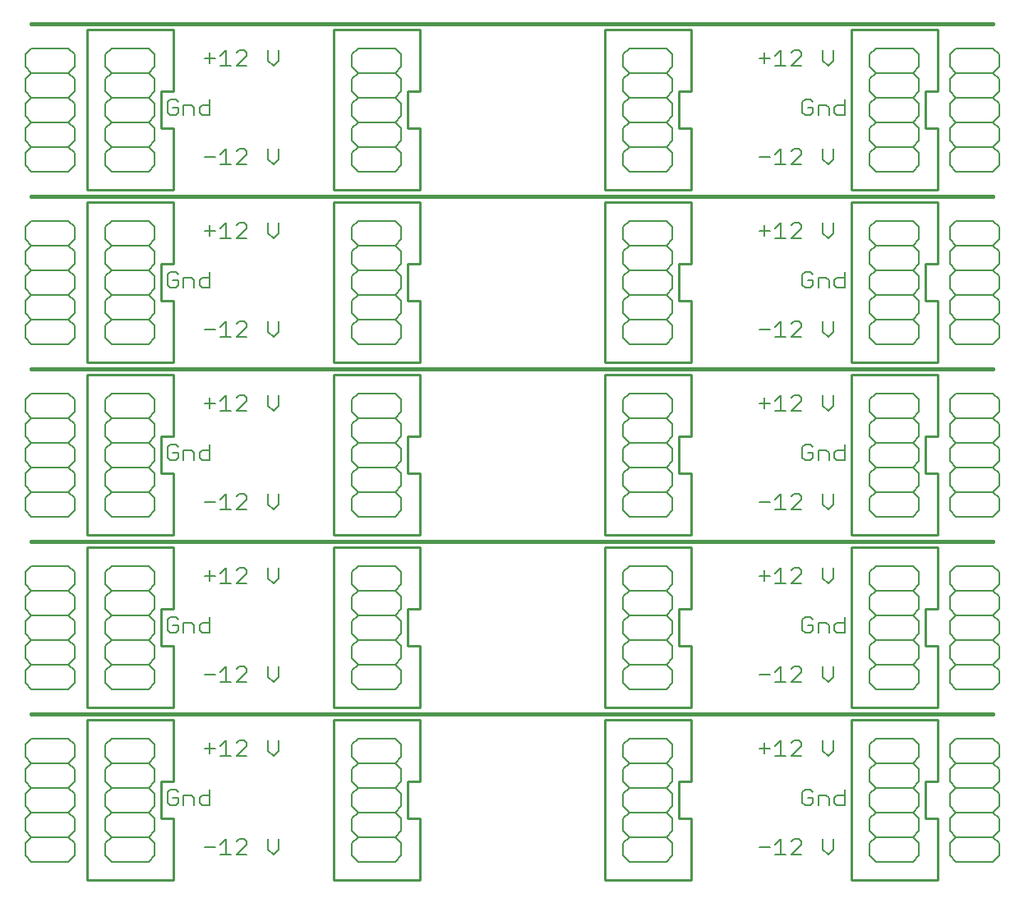
<source format=gto>
G75*
%MOIN*%
%OFA0B0*%
%FSLAX24Y24*%
%IPPOS*%
%LPD*%
%AMOC8*
5,1,8,0,0,1.08239X$1,22.5*
%
%ADD10C,0.0100*%
%ADD11C,0.0060*%
%ADD12C,0.0160*%
D10*
X004180Y005180D02*
X007680Y005180D01*
X007680Y007680D01*
X007180Y007680D01*
X007180Y009180D01*
X007680Y009180D01*
X007680Y011680D01*
X004180Y011680D01*
X004180Y005180D01*
X004180Y012180D02*
X007680Y012180D01*
X007680Y014680D01*
X007180Y014680D01*
X007180Y016180D01*
X007680Y016180D01*
X007680Y018680D01*
X004180Y018680D01*
X004180Y012180D01*
X004180Y019180D02*
X007680Y019180D01*
X007680Y021680D01*
X007180Y021680D01*
X007180Y023180D01*
X007680Y023180D01*
X007680Y025680D01*
X004180Y025680D01*
X004180Y019180D01*
X004180Y026180D02*
X007680Y026180D01*
X007680Y028680D01*
X007180Y028680D01*
X007180Y030180D01*
X007680Y030180D01*
X007680Y032680D01*
X004180Y032680D01*
X004180Y026180D01*
X004180Y033180D02*
X007680Y033180D01*
X007680Y035680D01*
X007180Y035680D01*
X007180Y037180D01*
X007680Y037180D01*
X007680Y039680D01*
X004180Y039680D01*
X004180Y033180D01*
X014180Y033180D02*
X017680Y033180D01*
X017680Y035680D01*
X017180Y035680D01*
X017180Y037180D01*
X017680Y037180D01*
X017680Y039680D01*
X014180Y039680D01*
X014180Y033180D01*
X014180Y032680D02*
X017680Y032680D01*
X017680Y030180D01*
X017180Y030180D01*
X017180Y028680D01*
X017680Y028680D01*
X017680Y026180D01*
X014180Y026180D01*
X014180Y032680D01*
X014180Y025680D02*
X017680Y025680D01*
X017680Y023180D01*
X017180Y023180D01*
X017180Y021680D01*
X017680Y021680D01*
X017680Y019180D01*
X014180Y019180D01*
X014180Y025680D01*
X014180Y018680D02*
X017680Y018680D01*
X017680Y016180D01*
X017180Y016180D01*
X017180Y014680D01*
X017680Y014680D01*
X017680Y012180D01*
X014180Y012180D01*
X014180Y018680D01*
X014180Y011680D02*
X017680Y011680D01*
X017680Y009180D01*
X017180Y009180D01*
X017180Y007680D01*
X017680Y007680D01*
X017680Y005180D01*
X014180Y005180D01*
X014180Y011680D01*
X025180Y011680D02*
X025180Y005180D01*
X028680Y005180D01*
X028680Y007680D01*
X028180Y007680D01*
X028180Y009180D01*
X028680Y009180D01*
X028680Y011680D01*
X025180Y011680D01*
X025180Y012180D02*
X028680Y012180D01*
X028680Y014680D01*
X028180Y014680D01*
X028180Y016180D01*
X028680Y016180D01*
X028680Y018680D01*
X025180Y018680D01*
X025180Y012180D01*
X025180Y019180D02*
X028680Y019180D01*
X028680Y021680D01*
X028180Y021680D01*
X028180Y023180D01*
X028680Y023180D01*
X028680Y025680D01*
X025180Y025680D01*
X025180Y019180D01*
X025180Y026180D02*
X028680Y026180D01*
X028680Y028680D01*
X028180Y028680D01*
X028180Y030180D01*
X028680Y030180D01*
X028680Y032680D01*
X025180Y032680D01*
X025180Y026180D01*
X025180Y033180D02*
X028680Y033180D01*
X028680Y035680D01*
X028180Y035680D01*
X028180Y037180D01*
X028680Y037180D01*
X028680Y039680D01*
X025180Y039680D01*
X025180Y033180D01*
X035180Y033180D02*
X038680Y033180D01*
X038680Y035680D01*
X038180Y035680D01*
X038180Y037180D01*
X038680Y037180D01*
X038680Y039680D01*
X035180Y039680D01*
X035180Y033180D01*
X035180Y032680D02*
X038680Y032680D01*
X038680Y030180D01*
X038180Y030180D01*
X038180Y028680D01*
X038680Y028680D01*
X038680Y026180D01*
X035180Y026180D01*
X035180Y032680D01*
X035180Y025680D02*
X038680Y025680D01*
X038680Y023180D01*
X038180Y023180D01*
X038180Y021680D01*
X038680Y021680D01*
X038680Y019180D01*
X035180Y019180D01*
X035180Y025680D01*
X035180Y018680D02*
X038680Y018680D01*
X038680Y016180D01*
X038180Y016180D01*
X038180Y014680D01*
X038680Y014680D01*
X038680Y012180D01*
X035180Y012180D01*
X035180Y018680D01*
X035180Y011680D02*
X038680Y011680D01*
X038680Y009180D01*
X038180Y009180D01*
X038180Y007680D01*
X038680Y007680D01*
X038680Y005180D01*
X035180Y005180D01*
X035180Y011680D01*
D11*
X034465Y010851D02*
X034465Y010424D01*
X034252Y010210D01*
X034038Y010424D01*
X034038Y010851D01*
X033176Y010744D02*
X033176Y010637D01*
X032749Y010210D01*
X033176Y010210D01*
X032532Y010210D02*
X032105Y010210D01*
X032318Y010210D02*
X032318Y010851D01*
X032105Y010637D01*
X031887Y010530D02*
X031460Y010530D01*
X031674Y010317D02*
X031674Y010744D01*
X032749Y010744D02*
X032856Y010851D01*
X033069Y010851D01*
X033176Y010744D01*
X033317Y008851D02*
X033210Y008744D01*
X033210Y008317D01*
X033317Y008210D01*
X033530Y008210D01*
X033637Y008317D01*
X033637Y008530D01*
X033424Y008530D01*
X033637Y008744D02*
X033530Y008851D01*
X033317Y008851D01*
X033855Y008637D02*
X034175Y008637D01*
X034282Y008530D01*
X034282Y008210D01*
X034499Y008317D02*
X034499Y008530D01*
X034606Y008637D01*
X034926Y008637D01*
X034926Y008851D02*
X034926Y008210D01*
X034606Y008210D01*
X034499Y008317D01*
X033855Y008210D02*
X033855Y008637D01*
X034038Y006851D02*
X034038Y006424D01*
X034252Y006210D01*
X034465Y006424D01*
X034465Y006851D01*
X033176Y006744D02*
X033176Y006637D01*
X032749Y006210D01*
X033176Y006210D01*
X033176Y006744D02*
X033069Y006851D01*
X032856Y006851D01*
X032749Y006744D01*
X032318Y006851D02*
X032318Y006210D01*
X032105Y006210D02*
X032532Y006210D01*
X032105Y006637D02*
X032318Y006851D01*
X031887Y006530D02*
X031460Y006530D01*
X027930Y006680D02*
X027930Y006180D01*
X027680Y005930D01*
X026180Y005930D01*
X025930Y006180D01*
X025930Y006680D01*
X026180Y006930D01*
X027680Y006930D01*
X027930Y006680D01*
X027680Y006930D02*
X027930Y007180D01*
X027930Y007680D01*
X027680Y007930D01*
X026180Y007930D01*
X025930Y007680D01*
X025930Y007180D01*
X026180Y006930D01*
X026180Y007930D02*
X025930Y008180D01*
X025930Y008680D01*
X026180Y008930D01*
X027680Y008930D01*
X027930Y008680D01*
X027930Y008180D01*
X027680Y007930D01*
X027680Y008930D02*
X027930Y009180D01*
X027930Y009680D01*
X027680Y009930D01*
X026180Y009930D01*
X025930Y009680D01*
X025930Y009180D01*
X026180Y008930D01*
X026180Y009930D02*
X025930Y010180D01*
X025930Y010680D01*
X026180Y010930D01*
X027680Y010930D01*
X027930Y010680D01*
X027930Y010180D01*
X027680Y009930D01*
X027680Y012930D02*
X026180Y012930D01*
X025930Y013180D01*
X025930Y013680D01*
X026180Y013930D01*
X027680Y013930D01*
X027930Y014180D01*
X027930Y014680D01*
X027680Y014930D01*
X026180Y014930D01*
X025930Y015180D01*
X025930Y015680D01*
X026180Y015930D01*
X027680Y015930D01*
X027930Y016180D01*
X027930Y016680D01*
X027680Y016930D01*
X027930Y017180D01*
X027930Y017680D01*
X027680Y017930D01*
X026180Y017930D01*
X025930Y017680D01*
X025930Y017180D01*
X026180Y016930D01*
X027680Y016930D01*
X027680Y015930D02*
X027930Y015680D01*
X027930Y015180D01*
X027680Y014930D01*
X027680Y013930D02*
X027930Y013680D01*
X027930Y013180D01*
X027680Y012930D01*
X026180Y013930D02*
X025930Y014180D01*
X025930Y014680D01*
X026180Y014930D01*
X026180Y015930D02*
X025930Y016180D01*
X025930Y016680D01*
X026180Y016930D01*
X026180Y019930D02*
X025930Y020180D01*
X025930Y020680D01*
X026180Y020930D01*
X027680Y020930D01*
X027930Y021180D01*
X027930Y021680D01*
X027680Y021930D01*
X026180Y021930D01*
X025930Y022180D01*
X025930Y022680D01*
X026180Y022930D01*
X027680Y022930D01*
X027930Y023180D01*
X027930Y023680D01*
X027680Y023930D01*
X027930Y024180D01*
X027930Y024680D01*
X027680Y024930D01*
X026180Y024930D01*
X025930Y024680D01*
X025930Y024180D01*
X026180Y023930D01*
X027680Y023930D01*
X027680Y022930D02*
X027930Y022680D01*
X027930Y022180D01*
X027680Y021930D01*
X027680Y020930D02*
X027930Y020680D01*
X027930Y020180D01*
X027680Y019930D01*
X026180Y019930D01*
X026180Y020930D02*
X025930Y021180D01*
X025930Y021680D01*
X026180Y021930D01*
X026180Y022930D02*
X025930Y023180D01*
X025930Y023680D01*
X026180Y023930D01*
X026180Y026930D02*
X025930Y027180D01*
X025930Y027680D01*
X026180Y027930D01*
X027680Y027930D01*
X027930Y028180D01*
X027930Y028680D01*
X027680Y028930D01*
X026180Y028930D01*
X025930Y029180D01*
X025930Y029680D01*
X026180Y029930D01*
X027680Y029930D01*
X027930Y030180D01*
X027930Y030680D01*
X027680Y030930D01*
X027930Y031180D01*
X027930Y031680D01*
X027680Y031930D01*
X026180Y031930D01*
X025930Y031680D01*
X025930Y031180D01*
X026180Y030930D01*
X027680Y030930D01*
X027680Y029930D02*
X027930Y029680D01*
X027930Y029180D01*
X027680Y028930D01*
X027680Y027930D02*
X027930Y027680D01*
X027930Y027180D01*
X027680Y026930D01*
X026180Y026930D01*
X026180Y027930D02*
X025930Y028180D01*
X025930Y028680D01*
X026180Y028930D01*
X026180Y029930D02*
X025930Y030180D01*
X025930Y030680D01*
X026180Y030930D01*
X026180Y033930D02*
X025930Y034180D01*
X025930Y034680D01*
X026180Y034930D01*
X027680Y034930D01*
X027930Y035180D01*
X027930Y035680D01*
X027680Y035930D01*
X026180Y035930D01*
X025930Y036180D01*
X025930Y036680D01*
X026180Y036930D01*
X027680Y036930D01*
X027930Y037180D01*
X027930Y037680D01*
X027680Y037930D01*
X027930Y038180D01*
X027930Y038680D01*
X027680Y038930D01*
X026180Y038930D01*
X025930Y038680D01*
X025930Y038180D01*
X026180Y037930D01*
X027680Y037930D01*
X027680Y036930D02*
X027930Y036680D01*
X027930Y036180D01*
X027680Y035930D01*
X027680Y034930D02*
X027930Y034680D01*
X027930Y034180D01*
X027680Y033930D01*
X026180Y033930D01*
X026180Y034930D02*
X025930Y035180D01*
X025930Y035680D01*
X026180Y035930D01*
X026180Y036930D02*
X025930Y037180D01*
X025930Y037680D01*
X026180Y037930D01*
X031460Y038530D02*
X031887Y038530D01*
X032105Y038637D02*
X032318Y038851D01*
X032318Y038210D01*
X032105Y038210D02*
X032532Y038210D01*
X032749Y038210D02*
X033176Y038637D01*
X033176Y038744D01*
X033069Y038851D01*
X032856Y038851D01*
X032749Y038744D01*
X032749Y038210D02*
X033176Y038210D01*
X034038Y038424D02*
X034038Y038851D01*
X034465Y038851D02*
X034465Y038424D01*
X034252Y038210D01*
X034038Y038424D01*
X033530Y036851D02*
X033317Y036851D01*
X033210Y036744D01*
X033210Y036317D01*
X033317Y036210D01*
X033530Y036210D01*
X033637Y036317D01*
X033637Y036530D01*
X033424Y036530D01*
X033637Y036744D02*
X033530Y036851D01*
X033855Y036637D02*
X034175Y036637D01*
X034282Y036530D01*
X034282Y036210D01*
X034499Y036317D02*
X034499Y036530D01*
X034606Y036637D01*
X034926Y036637D01*
X034926Y036851D02*
X034926Y036210D01*
X034606Y036210D01*
X034499Y036317D01*
X033855Y036210D02*
X033855Y036637D01*
X034038Y034851D02*
X034038Y034424D01*
X034252Y034210D01*
X034465Y034424D01*
X034465Y034851D01*
X033176Y034744D02*
X033069Y034851D01*
X032856Y034851D01*
X032749Y034744D01*
X033176Y034744D02*
X033176Y034637D01*
X032749Y034210D01*
X033176Y034210D01*
X032532Y034210D02*
X032105Y034210D01*
X032318Y034210D02*
X032318Y034851D01*
X032105Y034637D01*
X031887Y034530D02*
X031460Y034530D01*
X031674Y031744D02*
X031674Y031317D01*
X031460Y031530D02*
X031887Y031530D01*
X032105Y031637D02*
X032318Y031851D01*
X032318Y031210D01*
X032105Y031210D02*
X032532Y031210D01*
X032749Y031210D02*
X033176Y031637D01*
X033176Y031744D01*
X033069Y031851D01*
X032856Y031851D01*
X032749Y031744D01*
X032749Y031210D02*
X033176Y031210D01*
X034038Y031424D02*
X034252Y031210D01*
X034465Y031424D01*
X034465Y031851D01*
X034038Y031851D02*
X034038Y031424D01*
X033530Y029851D02*
X033317Y029851D01*
X033210Y029744D01*
X033210Y029317D01*
X033317Y029210D01*
X033530Y029210D01*
X033637Y029317D01*
X033637Y029530D01*
X033424Y029530D01*
X033637Y029744D02*
X033530Y029851D01*
X033855Y029637D02*
X034175Y029637D01*
X034282Y029530D01*
X034282Y029210D01*
X034499Y029317D02*
X034499Y029530D01*
X034606Y029637D01*
X034926Y029637D01*
X034926Y029851D02*
X034926Y029210D01*
X034606Y029210D01*
X034499Y029317D01*
X033855Y029210D02*
X033855Y029637D01*
X034038Y027851D02*
X034038Y027424D01*
X034252Y027210D01*
X034465Y027424D01*
X034465Y027851D01*
X033176Y027744D02*
X033069Y027851D01*
X032856Y027851D01*
X032749Y027744D01*
X033176Y027744D02*
X033176Y027637D01*
X032749Y027210D01*
X033176Y027210D01*
X032532Y027210D02*
X032105Y027210D01*
X032318Y027210D02*
X032318Y027851D01*
X032105Y027637D01*
X031887Y027530D02*
X031460Y027530D01*
X031674Y024744D02*
X031674Y024317D01*
X031460Y024530D02*
X031887Y024530D01*
X032105Y024637D02*
X032318Y024851D01*
X032318Y024210D01*
X032105Y024210D02*
X032532Y024210D01*
X032749Y024210D02*
X033176Y024637D01*
X033176Y024744D01*
X033069Y024851D01*
X032856Y024851D01*
X032749Y024744D01*
X032749Y024210D02*
X033176Y024210D01*
X034038Y024424D02*
X034252Y024210D01*
X034465Y024424D01*
X034465Y024851D01*
X034038Y024851D02*
X034038Y024424D01*
X033530Y022851D02*
X033317Y022851D01*
X033210Y022744D01*
X033210Y022317D01*
X033317Y022210D01*
X033530Y022210D01*
X033637Y022317D01*
X033637Y022530D01*
X033424Y022530D01*
X033637Y022744D02*
X033530Y022851D01*
X033855Y022637D02*
X033855Y022210D01*
X034282Y022210D02*
X034282Y022530D01*
X034175Y022637D01*
X033855Y022637D01*
X034499Y022530D02*
X034499Y022317D01*
X034606Y022210D01*
X034926Y022210D01*
X034926Y022851D01*
X034926Y022637D02*
X034606Y022637D01*
X034499Y022530D01*
X035930Y022680D02*
X035930Y022180D01*
X036180Y021930D01*
X037680Y021930D01*
X037930Y022180D01*
X037930Y022680D01*
X037680Y022930D01*
X036180Y022930D01*
X035930Y023180D01*
X035930Y023680D01*
X036180Y023930D01*
X035930Y024180D01*
X035930Y024680D01*
X036180Y024930D01*
X037680Y024930D01*
X037930Y024680D01*
X037930Y024180D01*
X037680Y023930D01*
X036180Y023930D01*
X036180Y022930D02*
X035930Y022680D01*
X036180Y021930D02*
X035930Y021680D01*
X035930Y021180D01*
X036180Y020930D01*
X037680Y020930D01*
X037930Y021180D01*
X037930Y021680D01*
X037680Y021930D01*
X037680Y020930D02*
X037930Y020680D01*
X037930Y020180D01*
X037680Y019930D01*
X036180Y019930D01*
X035930Y020180D01*
X035930Y020680D01*
X036180Y020930D01*
X034465Y020851D02*
X034465Y020424D01*
X034252Y020210D01*
X034038Y020424D01*
X034038Y020851D01*
X033176Y020744D02*
X033069Y020851D01*
X032856Y020851D01*
X032749Y020744D01*
X033176Y020744D02*
X033176Y020637D01*
X032749Y020210D01*
X033176Y020210D01*
X032532Y020210D02*
X032105Y020210D01*
X032318Y020210D02*
X032318Y020851D01*
X032105Y020637D01*
X031887Y020530D02*
X031460Y020530D01*
X031674Y017744D02*
X031674Y017317D01*
X031460Y017530D02*
X031887Y017530D01*
X032105Y017637D02*
X032318Y017851D01*
X032318Y017210D01*
X032105Y017210D02*
X032532Y017210D01*
X032749Y017210D02*
X033176Y017637D01*
X033176Y017744D01*
X033069Y017851D01*
X032856Y017851D01*
X032749Y017744D01*
X032749Y017210D02*
X033176Y017210D01*
X034038Y017424D02*
X034252Y017210D01*
X034465Y017424D01*
X034465Y017851D01*
X034038Y017851D02*
X034038Y017424D01*
X033530Y015851D02*
X033317Y015851D01*
X033210Y015744D01*
X033210Y015317D01*
X033317Y015210D01*
X033530Y015210D01*
X033637Y015317D01*
X033637Y015530D01*
X033424Y015530D01*
X033637Y015744D02*
X033530Y015851D01*
X033855Y015637D02*
X034175Y015637D01*
X034282Y015530D01*
X034282Y015210D01*
X034499Y015317D02*
X034499Y015530D01*
X034606Y015637D01*
X034926Y015637D01*
X034926Y015851D02*
X034926Y015210D01*
X034606Y015210D01*
X034499Y015317D01*
X033855Y015210D02*
X033855Y015637D01*
X034038Y013851D02*
X034038Y013424D01*
X034252Y013210D01*
X034465Y013424D01*
X034465Y013851D01*
X033176Y013744D02*
X033069Y013851D01*
X032856Y013851D01*
X032749Y013744D01*
X033176Y013744D02*
X033176Y013637D01*
X032749Y013210D01*
X033176Y013210D01*
X032532Y013210D02*
X032105Y013210D01*
X032318Y013210D02*
X032318Y013851D01*
X032105Y013637D01*
X031887Y013530D02*
X031460Y013530D01*
X035930Y013680D02*
X035930Y013180D01*
X036180Y012930D01*
X037680Y012930D01*
X037930Y013180D01*
X037930Y013680D01*
X037680Y013930D01*
X036180Y013930D01*
X035930Y014180D01*
X035930Y014680D01*
X036180Y014930D01*
X037680Y014930D01*
X037930Y015180D01*
X037930Y015680D01*
X037680Y015930D01*
X036180Y015930D01*
X035930Y016180D01*
X035930Y016680D01*
X036180Y016930D01*
X035930Y017180D01*
X035930Y017680D01*
X036180Y017930D01*
X037680Y017930D01*
X037930Y017680D01*
X037930Y017180D01*
X037680Y016930D01*
X036180Y016930D01*
X036180Y015930D02*
X035930Y015680D01*
X035930Y015180D01*
X036180Y014930D01*
X036180Y013930D02*
X035930Y013680D01*
X037680Y013930D02*
X037930Y014180D01*
X037930Y014680D01*
X037680Y014930D01*
X037680Y015930D02*
X037930Y016180D01*
X037930Y016680D01*
X037680Y016930D01*
X039180Y016680D02*
X039180Y016180D01*
X039430Y015930D01*
X040930Y015930D01*
X041180Y016180D01*
X041180Y016680D01*
X040930Y016930D01*
X041180Y017180D01*
X041180Y017680D01*
X040930Y017930D01*
X039430Y017930D01*
X039180Y017680D01*
X039180Y017180D01*
X039430Y016930D01*
X040930Y016930D01*
X040930Y015930D02*
X041180Y015680D01*
X041180Y015180D01*
X040930Y014930D01*
X039430Y014930D01*
X039180Y015180D01*
X039180Y015680D01*
X039430Y015930D01*
X039180Y016680D02*
X039430Y016930D01*
X039430Y014930D02*
X039180Y014680D01*
X039180Y014180D01*
X039430Y013930D01*
X040930Y013930D01*
X041180Y014180D01*
X041180Y014680D01*
X040930Y014930D01*
X040930Y013930D02*
X041180Y013680D01*
X041180Y013180D01*
X040930Y012930D01*
X039430Y012930D01*
X039180Y013180D01*
X039180Y013680D01*
X039430Y013930D01*
X039430Y010930D02*
X040930Y010930D01*
X041180Y010680D01*
X041180Y010180D01*
X040930Y009930D01*
X039430Y009930D01*
X039180Y009680D01*
X039180Y009180D01*
X039430Y008930D01*
X040930Y008930D01*
X041180Y008680D01*
X041180Y008180D01*
X040930Y007930D01*
X039430Y007930D01*
X039180Y007680D01*
X039180Y007180D01*
X039430Y006930D01*
X039180Y006680D01*
X039180Y006180D01*
X039430Y005930D01*
X040930Y005930D01*
X041180Y006180D01*
X041180Y006680D01*
X040930Y006930D01*
X039430Y006930D01*
X039430Y007930D02*
X039180Y008180D01*
X039180Y008680D01*
X039430Y008930D01*
X039430Y009930D02*
X039180Y010180D01*
X039180Y010680D01*
X039430Y010930D01*
X037930Y010680D02*
X037930Y010180D01*
X037680Y009930D01*
X036180Y009930D01*
X035930Y009680D01*
X035930Y009180D01*
X036180Y008930D01*
X037680Y008930D01*
X037930Y008680D01*
X037930Y008180D01*
X037680Y007930D01*
X036180Y007930D01*
X035930Y007680D01*
X035930Y007180D01*
X036180Y006930D01*
X035930Y006680D01*
X035930Y006180D01*
X036180Y005930D01*
X037680Y005930D01*
X037930Y006180D01*
X037930Y006680D01*
X037680Y006930D01*
X036180Y006930D01*
X036180Y007930D02*
X035930Y008180D01*
X035930Y008680D01*
X036180Y008930D01*
X036180Y009930D02*
X035930Y010180D01*
X035930Y010680D01*
X036180Y010930D01*
X037680Y010930D01*
X037930Y010680D01*
X037680Y009930D02*
X037930Y009680D01*
X037930Y009180D01*
X037680Y008930D01*
X037680Y007930D02*
X037930Y007680D01*
X037930Y007180D01*
X037680Y006930D01*
X040930Y006930D02*
X041180Y007180D01*
X041180Y007680D01*
X040930Y007930D01*
X040930Y008930D02*
X041180Y009180D01*
X041180Y009680D01*
X040930Y009930D01*
X040930Y019930D02*
X039430Y019930D01*
X039180Y020180D01*
X039180Y020680D01*
X039430Y020930D01*
X040930Y020930D01*
X041180Y021180D01*
X041180Y021680D01*
X040930Y021930D01*
X039430Y021930D01*
X039180Y022180D01*
X039180Y022680D01*
X039430Y022930D01*
X040930Y022930D01*
X041180Y023180D01*
X041180Y023680D01*
X040930Y023930D01*
X041180Y024180D01*
X041180Y024680D01*
X040930Y024930D01*
X039430Y024930D01*
X039180Y024680D01*
X039180Y024180D01*
X039430Y023930D01*
X040930Y023930D01*
X040930Y022930D02*
X041180Y022680D01*
X041180Y022180D01*
X040930Y021930D01*
X040930Y020930D02*
X041180Y020680D01*
X041180Y020180D01*
X040930Y019930D01*
X039430Y020930D02*
X039180Y021180D01*
X039180Y021680D01*
X039430Y021930D01*
X039430Y022930D02*
X039180Y023180D01*
X039180Y023680D01*
X039430Y023930D01*
X037930Y023680D02*
X037930Y023180D01*
X037680Y022930D01*
X037930Y023680D02*
X037680Y023930D01*
X037680Y026930D02*
X036180Y026930D01*
X035930Y027180D01*
X035930Y027680D01*
X036180Y027930D01*
X037680Y027930D01*
X037930Y028180D01*
X037930Y028680D01*
X037680Y028930D01*
X036180Y028930D01*
X035930Y029180D01*
X035930Y029680D01*
X036180Y029930D01*
X037680Y029930D01*
X037930Y030180D01*
X037930Y030680D01*
X037680Y030930D01*
X037930Y031180D01*
X037930Y031680D01*
X037680Y031930D01*
X036180Y031930D01*
X035930Y031680D01*
X035930Y031180D01*
X036180Y030930D01*
X037680Y030930D01*
X037680Y029930D02*
X037930Y029680D01*
X037930Y029180D01*
X037680Y028930D01*
X037680Y027930D02*
X037930Y027680D01*
X037930Y027180D01*
X037680Y026930D01*
X036180Y027930D02*
X035930Y028180D01*
X035930Y028680D01*
X036180Y028930D01*
X036180Y029930D02*
X035930Y030180D01*
X035930Y030680D01*
X036180Y030930D01*
X036180Y033930D02*
X035930Y034180D01*
X035930Y034680D01*
X036180Y034930D01*
X037680Y034930D01*
X037930Y035180D01*
X037930Y035680D01*
X037680Y035930D01*
X036180Y035930D01*
X035930Y036180D01*
X035930Y036680D01*
X036180Y036930D01*
X037680Y036930D01*
X037930Y037180D01*
X037930Y037680D01*
X037680Y037930D01*
X037930Y038180D01*
X037930Y038680D01*
X037680Y038930D01*
X036180Y038930D01*
X035930Y038680D01*
X035930Y038180D01*
X036180Y037930D01*
X037680Y037930D01*
X037680Y036930D02*
X037930Y036680D01*
X037930Y036180D01*
X037680Y035930D01*
X037680Y034930D02*
X037930Y034680D01*
X037930Y034180D01*
X037680Y033930D01*
X036180Y033930D01*
X036180Y034930D02*
X035930Y035180D01*
X035930Y035680D01*
X036180Y035930D01*
X036180Y036930D02*
X035930Y037180D01*
X035930Y037680D01*
X036180Y037930D01*
X039180Y037680D02*
X039180Y037180D01*
X039430Y036930D01*
X040930Y036930D01*
X041180Y037180D01*
X041180Y037680D01*
X040930Y037930D01*
X041180Y038180D01*
X041180Y038680D01*
X040930Y038930D01*
X039430Y038930D01*
X039180Y038680D01*
X039180Y038180D01*
X039430Y037930D01*
X040930Y037930D01*
X040930Y036930D02*
X041180Y036680D01*
X041180Y036180D01*
X040930Y035930D01*
X039430Y035930D01*
X039180Y036180D01*
X039180Y036680D01*
X039430Y036930D01*
X039180Y037680D02*
X039430Y037930D01*
X039430Y035930D02*
X039180Y035680D01*
X039180Y035180D01*
X039430Y034930D01*
X040930Y034930D01*
X041180Y035180D01*
X041180Y035680D01*
X040930Y035930D01*
X040930Y034930D02*
X041180Y034680D01*
X041180Y034180D01*
X040930Y033930D01*
X039430Y033930D01*
X039180Y034180D01*
X039180Y034680D01*
X039430Y034930D01*
X039430Y031930D02*
X040930Y031930D01*
X041180Y031680D01*
X041180Y031180D01*
X040930Y030930D01*
X039430Y030930D01*
X039180Y031180D01*
X039180Y031680D01*
X039430Y031930D01*
X039430Y030930D02*
X039180Y030680D01*
X039180Y030180D01*
X039430Y029930D01*
X040930Y029930D01*
X041180Y030180D01*
X041180Y030680D01*
X040930Y030930D01*
X040930Y029930D02*
X041180Y029680D01*
X041180Y029180D01*
X040930Y028930D01*
X039430Y028930D01*
X039180Y029180D01*
X039180Y029680D01*
X039430Y029930D01*
X039430Y028930D02*
X039180Y028680D01*
X039180Y028180D01*
X039430Y027930D01*
X040930Y027930D01*
X041180Y028180D01*
X041180Y028680D01*
X040930Y028930D01*
X040930Y027930D02*
X041180Y027680D01*
X041180Y027180D01*
X040930Y026930D01*
X039430Y026930D01*
X039180Y027180D01*
X039180Y027680D01*
X039430Y027930D01*
X031674Y038317D02*
X031674Y038744D01*
X016930Y038680D02*
X016930Y038180D01*
X016680Y037930D01*
X015180Y037930D01*
X014930Y038180D01*
X014930Y038680D01*
X015180Y038930D01*
X016680Y038930D01*
X016930Y038680D01*
X016680Y037930D02*
X016930Y037680D01*
X016930Y037180D01*
X016680Y036930D01*
X015180Y036930D01*
X014930Y037180D01*
X014930Y037680D01*
X015180Y037930D01*
X015180Y036930D02*
X014930Y036680D01*
X014930Y036180D01*
X015180Y035930D01*
X016680Y035930D01*
X016930Y036180D01*
X016930Y036680D01*
X016680Y036930D01*
X016680Y035930D02*
X016930Y035680D01*
X016930Y035180D01*
X016680Y034930D01*
X015180Y034930D01*
X014930Y035180D01*
X014930Y035680D01*
X015180Y035930D01*
X015180Y034930D02*
X014930Y034680D01*
X014930Y034180D01*
X015180Y033930D01*
X016680Y033930D01*
X016930Y034180D01*
X016930Y034680D01*
X016680Y034930D01*
X016680Y031930D02*
X015180Y031930D01*
X014930Y031680D01*
X014930Y031180D01*
X015180Y030930D01*
X016680Y030930D01*
X016930Y031180D01*
X016930Y031680D01*
X016680Y031930D01*
X016680Y030930D02*
X016930Y030680D01*
X016930Y030180D01*
X016680Y029930D01*
X015180Y029930D01*
X014930Y030180D01*
X014930Y030680D01*
X015180Y030930D01*
X015180Y029930D02*
X014930Y029680D01*
X014930Y029180D01*
X015180Y028930D01*
X016680Y028930D01*
X016930Y029180D01*
X016930Y029680D01*
X016680Y029930D01*
X016680Y028930D02*
X016930Y028680D01*
X016930Y028180D01*
X016680Y027930D01*
X015180Y027930D01*
X014930Y028180D01*
X014930Y028680D01*
X015180Y028930D01*
X015180Y027930D02*
X014930Y027680D01*
X014930Y027180D01*
X015180Y026930D01*
X016680Y026930D01*
X016930Y027180D01*
X016930Y027680D01*
X016680Y027930D01*
X016680Y024930D02*
X015180Y024930D01*
X014930Y024680D01*
X014930Y024180D01*
X015180Y023930D01*
X016680Y023930D01*
X016930Y024180D01*
X016930Y024680D01*
X016680Y024930D01*
X016680Y023930D02*
X016930Y023680D01*
X016930Y023180D01*
X016680Y022930D01*
X015180Y022930D01*
X014930Y023180D01*
X014930Y023680D01*
X015180Y023930D01*
X015180Y022930D02*
X014930Y022680D01*
X014930Y022180D01*
X015180Y021930D01*
X016680Y021930D01*
X016930Y022180D01*
X016930Y022680D01*
X016680Y022930D01*
X016680Y021930D02*
X016930Y021680D01*
X016930Y021180D01*
X016680Y020930D01*
X015180Y020930D01*
X014930Y021180D01*
X014930Y021680D01*
X015180Y021930D01*
X015180Y020930D02*
X014930Y020680D01*
X014930Y020180D01*
X015180Y019930D01*
X016680Y019930D01*
X016930Y020180D01*
X016930Y020680D01*
X016680Y020930D01*
X016680Y017930D02*
X015180Y017930D01*
X014930Y017680D01*
X014930Y017180D01*
X015180Y016930D01*
X016680Y016930D01*
X016930Y017180D01*
X016930Y017680D01*
X016680Y017930D01*
X016680Y016930D02*
X016930Y016680D01*
X016930Y016180D01*
X016680Y015930D01*
X015180Y015930D01*
X014930Y016180D01*
X014930Y016680D01*
X015180Y016930D01*
X015180Y015930D02*
X014930Y015680D01*
X014930Y015180D01*
X015180Y014930D01*
X016680Y014930D01*
X016930Y015180D01*
X016930Y015680D01*
X016680Y015930D01*
X016680Y014930D02*
X016930Y014680D01*
X016930Y014180D01*
X016680Y013930D01*
X015180Y013930D01*
X014930Y014180D01*
X014930Y014680D01*
X015180Y014930D01*
X015180Y013930D02*
X014930Y013680D01*
X014930Y013180D01*
X015180Y012930D01*
X016680Y012930D01*
X016930Y013180D01*
X016930Y013680D01*
X016680Y013930D01*
X016680Y010930D02*
X015180Y010930D01*
X014930Y010680D01*
X014930Y010180D01*
X015180Y009930D01*
X016680Y009930D01*
X016930Y009680D01*
X016930Y009180D01*
X016680Y008930D01*
X015180Y008930D01*
X014930Y008680D01*
X014930Y008180D01*
X015180Y007930D01*
X016680Y007930D01*
X016930Y007680D01*
X016930Y007180D01*
X016680Y006930D01*
X016930Y006680D01*
X016930Y006180D01*
X016680Y005930D01*
X015180Y005930D01*
X014930Y006180D01*
X014930Y006680D01*
X015180Y006930D01*
X016680Y006930D01*
X016680Y007930D02*
X016930Y008180D01*
X016930Y008680D01*
X016680Y008930D01*
X016680Y009930D02*
X016930Y010180D01*
X016930Y010680D01*
X016680Y010930D01*
X015180Y009930D02*
X014930Y009680D01*
X014930Y009180D01*
X015180Y008930D01*
X015180Y007930D02*
X014930Y007680D01*
X014930Y007180D01*
X015180Y006930D01*
X011965Y006851D02*
X011965Y006424D01*
X011752Y006210D01*
X011538Y006424D01*
X011538Y006851D01*
X010676Y006744D02*
X010676Y006637D01*
X010249Y006210D01*
X010676Y006210D01*
X010676Y006744D02*
X010569Y006851D01*
X010356Y006851D01*
X010249Y006744D01*
X009818Y006851D02*
X009818Y006210D01*
X009605Y006210D02*
X010032Y006210D01*
X009605Y006637D02*
X009818Y006851D01*
X009387Y006530D02*
X008960Y006530D01*
X008856Y008210D02*
X008749Y008317D01*
X008749Y008530D01*
X008856Y008637D01*
X009176Y008637D01*
X009176Y008851D02*
X009176Y008210D01*
X008856Y008210D01*
X008532Y008210D02*
X008532Y008530D01*
X008425Y008637D01*
X008105Y008637D01*
X008105Y008210D01*
X007887Y008317D02*
X007887Y008530D01*
X007674Y008530D01*
X007887Y008317D02*
X007780Y008210D01*
X007567Y008210D01*
X007460Y008317D01*
X007460Y008744D01*
X007567Y008851D01*
X007780Y008851D01*
X007887Y008744D01*
X006930Y008680D02*
X006930Y008180D01*
X006680Y007930D01*
X005180Y007930D01*
X004930Y007680D01*
X004930Y007180D01*
X005180Y006930D01*
X004930Y006680D01*
X004930Y006180D01*
X005180Y005930D01*
X006680Y005930D01*
X006930Y006180D01*
X006930Y006680D01*
X006680Y006930D01*
X005180Y006930D01*
X005180Y007930D02*
X004930Y008180D01*
X004930Y008680D01*
X005180Y008930D01*
X006680Y008930D01*
X006930Y008680D01*
X006680Y008930D02*
X006930Y009180D01*
X006930Y009680D01*
X006680Y009930D01*
X005180Y009930D01*
X004930Y009680D01*
X004930Y009180D01*
X005180Y008930D01*
X005180Y009930D02*
X004930Y010180D01*
X004930Y010680D01*
X005180Y010930D01*
X006680Y010930D01*
X006930Y010680D01*
X006930Y010180D01*
X006680Y009930D01*
X006680Y007930D02*
X006930Y007680D01*
X006930Y007180D01*
X006680Y006930D01*
X003680Y006680D02*
X003680Y006180D01*
X003430Y005930D01*
X001930Y005930D01*
X001680Y006180D01*
X001680Y006680D01*
X001930Y006930D01*
X003430Y006930D01*
X003680Y006680D01*
X003430Y006930D02*
X003680Y007180D01*
X003680Y007680D01*
X003430Y007930D01*
X001930Y007930D01*
X001680Y007680D01*
X001680Y007180D01*
X001930Y006930D01*
X001930Y007930D02*
X001680Y008180D01*
X001680Y008680D01*
X001930Y008930D01*
X003430Y008930D01*
X003680Y008680D01*
X003680Y008180D01*
X003430Y007930D01*
X003430Y008930D02*
X003680Y009180D01*
X003680Y009680D01*
X003430Y009930D01*
X001930Y009930D01*
X001680Y009680D01*
X001680Y009180D01*
X001930Y008930D01*
X001930Y009930D02*
X001680Y010180D01*
X001680Y010680D01*
X001930Y010930D01*
X003430Y010930D01*
X003680Y010680D01*
X003680Y010180D01*
X003430Y009930D01*
X003430Y012930D02*
X001930Y012930D01*
X001680Y013180D01*
X001680Y013680D01*
X001930Y013930D01*
X003430Y013930D01*
X003680Y014180D01*
X003680Y014680D01*
X003430Y014930D01*
X001930Y014930D01*
X001680Y015180D01*
X001680Y015680D01*
X001930Y015930D01*
X003430Y015930D01*
X003680Y016180D01*
X003680Y016680D01*
X003430Y016930D01*
X003680Y017180D01*
X003680Y017680D01*
X003430Y017930D01*
X001930Y017930D01*
X001680Y017680D01*
X001680Y017180D01*
X001930Y016930D01*
X003430Y016930D01*
X003430Y015930D02*
X003680Y015680D01*
X003680Y015180D01*
X003430Y014930D01*
X003430Y013930D02*
X003680Y013680D01*
X003680Y013180D01*
X003430Y012930D01*
X004930Y013180D02*
X004930Y013680D01*
X005180Y013930D01*
X006680Y013930D01*
X006930Y014180D01*
X006930Y014680D01*
X006680Y014930D01*
X005180Y014930D01*
X004930Y015180D01*
X004930Y015680D01*
X005180Y015930D01*
X006680Y015930D01*
X006930Y016180D01*
X006930Y016680D01*
X006680Y016930D01*
X006930Y017180D01*
X006930Y017680D01*
X006680Y017930D01*
X005180Y017930D01*
X004930Y017680D01*
X004930Y017180D01*
X005180Y016930D01*
X006680Y016930D01*
X006680Y015930D02*
X006930Y015680D01*
X006930Y015180D01*
X006680Y014930D01*
X007460Y015317D02*
X007567Y015210D01*
X007780Y015210D01*
X007887Y015317D01*
X007887Y015530D01*
X007674Y015530D01*
X007887Y015744D02*
X007780Y015851D01*
X007567Y015851D01*
X007460Y015744D01*
X007460Y015317D01*
X008105Y015210D02*
X008105Y015637D01*
X008425Y015637D01*
X008532Y015530D01*
X008532Y015210D01*
X008749Y015317D02*
X008749Y015530D01*
X008856Y015637D01*
X009176Y015637D01*
X009176Y015851D02*
X009176Y015210D01*
X008856Y015210D01*
X008749Y015317D01*
X009818Y013851D02*
X009818Y013210D01*
X009605Y013210D02*
X010032Y013210D01*
X010249Y013210D02*
X010676Y013637D01*
X010676Y013744D01*
X010569Y013851D01*
X010356Y013851D01*
X010249Y013744D01*
X009818Y013851D02*
X009605Y013637D01*
X009387Y013530D02*
X008960Y013530D01*
X010249Y013210D02*
X010676Y013210D01*
X011538Y013424D02*
X011538Y013851D01*
X011965Y013851D02*
X011965Y013424D01*
X011752Y013210D01*
X011538Y013424D01*
X011538Y010851D02*
X011538Y010424D01*
X011752Y010210D01*
X011965Y010424D01*
X011965Y010851D01*
X010676Y010744D02*
X010676Y010637D01*
X010249Y010210D01*
X010676Y010210D01*
X010032Y010210D02*
X009605Y010210D01*
X009818Y010210D02*
X009818Y010851D01*
X009605Y010637D01*
X009387Y010530D02*
X008960Y010530D01*
X009174Y010317D02*
X009174Y010744D01*
X010249Y010744D02*
X010356Y010851D01*
X010569Y010851D01*
X010676Y010744D01*
X006930Y013180D02*
X006930Y013680D01*
X006680Y013930D01*
X006930Y013180D02*
X006680Y012930D01*
X005180Y012930D01*
X004930Y013180D01*
X005180Y013930D02*
X004930Y014180D01*
X004930Y014680D01*
X005180Y014930D01*
X005180Y015930D02*
X004930Y016180D01*
X004930Y016680D01*
X005180Y016930D01*
X005180Y019930D02*
X004930Y020180D01*
X004930Y020680D01*
X005180Y020930D01*
X006680Y020930D01*
X006930Y021180D01*
X006930Y021680D01*
X006680Y021930D01*
X005180Y021930D01*
X004930Y022180D01*
X004930Y022680D01*
X005180Y022930D01*
X006680Y022930D01*
X006930Y023180D01*
X006930Y023680D01*
X006680Y023930D01*
X006930Y024180D01*
X006930Y024680D01*
X006680Y024930D01*
X005180Y024930D01*
X004930Y024680D01*
X004930Y024180D01*
X005180Y023930D01*
X006680Y023930D01*
X006680Y022930D02*
X006930Y022680D01*
X006930Y022180D01*
X006680Y021930D01*
X007460Y022317D02*
X007460Y022744D01*
X007567Y022851D01*
X007780Y022851D01*
X007887Y022744D01*
X007887Y022530D02*
X007674Y022530D01*
X007887Y022530D02*
X007887Y022317D01*
X007780Y022210D01*
X007567Y022210D01*
X007460Y022317D01*
X008105Y022210D02*
X008105Y022637D01*
X008425Y022637D01*
X008532Y022530D01*
X008532Y022210D01*
X008749Y022317D02*
X008749Y022530D01*
X008856Y022637D01*
X009176Y022637D01*
X009176Y022851D02*
X009176Y022210D01*
X008856Y022210D01*
X008749Y022317D01*
X008960Y020530D02*
X009387Y020530D01*
X009605Y020637D02*
X009818Y020851D01*
X009818Y020210D01*
X009605Y020210D02*
X010032Y020210D01*
X010249Y020210D02*
X010676Y020637D01*
X010676Y020744D01*
X010569Y020851D01*
X010356Y020851D01*
X010249Y020744D01*
X010249Y020210D02*
X010676Y020210D01*
X011538Y020424D02*
X011752Y020210D01*
X011965Y020424D01*
X011965Y020851D01*
X011538Y020851D02*
X011538Y020424D01*
X011538Y017851D02*
X011538Y017424D01*
X011752Y017210D01*
X011965Y017424D01*
X011965Y017851D01*
X010676Y017744D02*
X010569Y017851D01*
X010356Y017851D01*
X010249Y017744D01*
X010676Y017744D02*
X010676Y017637D01*
X010249Y017210D01*
X010676Y017210D01*
X010032Y017210D02*
X009605Y017210D01*
X009818Y017210D02*
X009818Y017851D01*
X009605Y017637D01*
X009387Y017530D02*
X008960Y017530D01*
X009174Y017317D02*
X009174Y017744D01*
X006930Y020180D02*
X006930Y020680D01*
X006680Y020930D01*
X006930Y020180D02*
X006680Y019930D01*
X005180Y019930D01*
X005180Y020930D02*
X004930Y021180D01*
X004930Y021680D01*
X005180Y021930D01*
X005180Y022930D02*
X004930Y023180D01*
X004930Y023680D01*
X005180Y023930D01*
X003680Y023680D02*
X003680Y023180D01*
X003430Y022930D01*
X001930Y022930D01*
X001680Y023180D01*
X001680Y023680D01*
X001930Y023930D01*
X001680Y024180D01*
X001680Y024680D01*
X001930Y024930D01*
X003430Y024930D01*
X003680Y024680D01*
X003680Y024180D01*
X003430Y023930D01*
X001930Y023930D01*
X001930Y022930D02*
X001680Y022680D01*
X001680Y022180D01*
X001930Y021930D01*
X003430Y021930D01*
X003680Y022180D01*
X003680Y022680D01*
X003430Y022930D01*
X003680Y023680D02*
X003430Y023930D01*
X003430Y021930D02*
X003680Y021680D01*
X003680Y021180D01*
X003430Y020930D01*
X001930Y020930D01*
X001680Y021180D01*
X001680Y021680D01*
X001930Y021930D01*
X001930Y020930D02*
X001680Y020680D01*
X001680Y020180D01*
X001930Y019930D01*
X003430Y019930D01*
X003680Y020180D01*
X003680Y020680D01*
X003430Y020930D01*
X001930Y016930D02*
X001680Y016680D01*
X001680Y016180D01*
X001930Y015930D01*
X001930Y014930D02*
X001680Y014680D01*
X001680Y014180D01*
X001930Y013930D01*
X009174Y024317D02*
X009174Y024744D01*
X009387Y024530D02*
X008960Y024530D01*
X009605Y024637D02*
X009818Y024851D01*
X009818Y024210D01*
X009605Y024210D02*
X010032Y024210D01*
X010249Y024210D02*
X010676Y024637D01*
X010676Y024744D01*
X010569Y024851D01*
X010356Y024851D01*
X010249Y024744D01*
X010249Y024210D02*
X010676Y024210D01*
X011538Y024424D02*
X011752Y024210D01*
X011965Y024424D01*
X011965Y024851D01*
X011538Y024851D02*
X011538Y024424D01*
X011752Y027210D02*
X011538Y027424D01*
X011538Y027851D01*
X011965Y027851D02*
X011965Y027424D01*
X011752Y027210D01*
X010676Y027210D02*
X010249Y027210D01*
X010676Y027637D01*
X010676Y027744D01*
X010569Y027851D01*
X010356Y027851D01*
X010249Y027744D01*
X009818Y027851D02*
X009818Y027210D01*
X009605Y027210D02*
X010032Y027210D01*
X009605Y027637D02*
X009818Y027851D01*
X009387Y027530D02*
X008960Y027530D01*
X008856Y029210D02*
X008749Y029317D01*
X008749Y029530D01*
X008856Y029637D01*
X009176Y029637D01*
X009176Y029851D02*
X009176Y029210D01*
X008856Y029210D01*
X008532Y029210D02*
X008532Y029530D01*
X008425Y029637D01*
X008105Y029637D01*
X008105Y029210D01*
X007887Y029317D02*
X007887Y029530D01*
X007674Y029530D01*
X007887Y029317D02*
X007780Y029210D01*
X007567Y029210D01*
X007460Y029317D01*
X007460Y029744D01*
X007567Y029851D01*
X007780Y029851D01*
X007887Y029744D01*
X006930Y029680D02*
X006930Y029180D01*
X006680Y028930D01*
X005180Y028930D01*
X004930Y029180D01*
X004930Y029680D01*
X005180Y029930D01*
X006680Y029930D01*
X006930Y030180D01*
X006930Y030680D01*
X006680Y030930D01*
X006930Y031180D01*
X006930Y031680D01*
X006680Y031930D01*
X005180Y031930D01*
X004930Y031680D01*
X004930Y031180D01*
X005180Y030930D01*
X006680Y030930D01*
X006680Y029930D02*
X006930Y029680D01*
X006680Y028930D02*
X006930Y028680D01*
X006930Y028180D01*
X006680Y027930D01*
X005180Y027930D01*
X004930Y028180D01*
X004930Y028680D01*
X005180Y028930D01*
X005180Y027930D02*
X004930Y027680D01*
X004930Y027180D01*
X005180Y026930D01*
X006680Y026930D01*
X006930Y027180D01*
X006930Y027680D01*
X006680Y027930D01*
X005180Y029930D02*
X004930Y030180D01*
X004930Y030680D01*
X005180Y030930D01*
X003680Y030680D02*
X003680Y030180D01*
X003430Y029930D01*
X001930Y029930D01*
X001680Y030180D01*
X001680Y030680D01*
X001930Y030930D01*
X001680Y031180D01*
X001680Y031680D01*
X001930Y031930D01*
X003430Y031930D01*
X003680Y031680D01*
X003680Y031180D01*
X003430Y030930D01*
X001930Y030930D01*
X001930Y029930D02*
X001680Y029680D01*
X001680Y029180D01*
X001930Y028930D01*
X003430Y028930D01*
X003680Y029180D01*
X003680Y029680D01*
X003430Y029930D01*
X003680Y030680D02*
X003430Y030930D01*
X003430Y028930D02*
X003680Y028680D01*
X003680Y028180D01*
X003430Y027930D01*
X001930Y027930D01*
X001680Y028180D01*
X001680Y028680D01*
X001930Y028930D01*
X001930Y027930D02*
X001680Y027680D01*
X001680Y027180D01*
X001930Y026930D01*
X003430Y026930D01*
X003680Y027180D01*
X003680Y027680D01*
X003430Y027930D01*
X003430Y033930D02*
X001930Y033930D01*
X001680Y034180D01*
X001680Y034680D01*
X001930Y034930D01*
X003430Y034930D01*
X003680Y035180D01*
X003680Y035680D01*
X003430Y035930D01*
X001930Y035930D01*
X001680Y036180D01*
X001680Y036680D01*
X001930Y036930D01*
X003430Y036930D01*
X003680Y037180D01*
X003680Y037680D01*
X003430Y037930D01*
X003680Y038180D01*
X003680Y038680D01*
X003430Y038930D01*
X001930Y038930D01*
X001680Y038680D01*
X001680Y038180D01*
X001930Y037930D01*
X003430Y037930D01*
X003430Y036930D02*
X003680Y036680D01*
X003680Y036180D01*
X003430Y035930D01*
X003430Y034930D02*
X003680Y034680D01*
X003680Y034180D01*
X003430Y033930D01*
X004930Y034180D02*
X004930Y034680D01*
X005180Y034930D01*
X006680Y034930D01*
X006930Y035180D01*
X006930Y035680D01*
X006680Y035930D01*
X005180Y035930D01*
X004930Y036180D01*
X004930Y036680D01*
X005180Y036930D01*
X006680Y036930D01*
X006930Y037180D01*
X006930Y037680D01*
X006680Y037930D01*
X006930Y038180D01*
X006930Y038680D01*
X006680Y038930D01*
X005180Y038930D01*
X004930Y038680D01*
X004930Y038180D01*
X005180Y037930D01*
X006680Y037930D01*
X006680Y036930D02*
X006930Y036680D01*
X006930Y036180D01*
X006680Y035930D01*
X007460Y036317D02*
X007567Y036210D01*
X007780Y036210D01*
X007887Y036317D01*
X007887Y036530D01*
X007674Y036530D01*
X007887Y036744D02*
X007780Y036851D01*
X007567Y036851D01*
X007460Y036744D01*
X007460Y036317D01*
X008105Y036210D02*
X008105Y036637D01*
X008425Y036637D01*
X008532Y036530D01*
X008532Y036210D01*
X008749Y036317D02*
X008856Y036210D01*
X009176Y036210D01*
X009176Y036851D01*
X009176Y036637D02*
X008856Y036637D01*
X008749Y036530D01*
X008749Y036317D01*
X009818Y034851D02*
X009818Y034210D01*
X009605Y034210D02*
X010032Y034210D01*
X010249Y034210D02*
X010676Y034637D01*
X010676Y034744D01*
X010569Y034851D01*
X010356Y034851D01*
X010249Y034744D01*
X009818Y034851D02*
X009605Y034637D01*
X009387Y034530D02*
X008960Y034530D01*
X010249Y034210D02*
X010676Y034210D01*
X011538Y034424D02*
X011538Y034851D01*
X011965Y034851D02*
X011965Y034424D01*
X011752Y034210D01*
X011538Y034424D01*
X011538Y031851D02*
X011538Y031424D01*
X011752Y031210D01*
X011965Y031424D01*
X011965Y031851D01*
X010676Y031744D02*
X010676Y031637D01*
X010249Y031210D01*
X010676Y031210D01*
X010676Y031744D02*
X010569Y031851D01*
X010356Y031851D01*
X010249Y031744D01*
X009818Y031851D02*
X009818Y031210D01*
X009605Y031210D02*
X010032Y031210D01*
X009605Y031637D02*
X009818Y031851D01*
X009387Y031530D02*
X008960Y031530D01*
X009174Y031317D02*
X009174Y031744D01*
X006930Y034180D02*
X006930Y034680D01*
X006680Y034930D01*
X006930Y034180D02*
X006680Y033930D01*
X005180Y033930D01*
X004930Y034180D01*
X005180Y034930D02*
X004930Y035180D01*
X004930Y035680D01*
X005180Y035930D01*
X005180Y036930D02*
X004930Y037180D01*
X004930Y037680D01*
X005180Y037930D01*
X001930Y037930D02*
X001680Y037680D01*
X001680Y037180D01*
X001930Y036930D01*
X001930Y035930D02*
X001680Y035680D01*
X001680Y035180D01*
X001930Y034930D01*
X008960Y038530D02*
X009387Y038530D01*
X009605Y038637D02*
X009818Y038851D01*
X009818Y038210D01*
X009605Y038210D02*
X010032Y038210D01*
X010249Y038210D02*
X010676Y038637D01*
X010676Y038744D01*
X010569Y038851D01*
X010356Y038851D01*
X010249Y038744D01*
X010249Y038210D02*
X010676Y038210D01*
X011538Y038424D02*
X011538Y038851D01*
X011965Y038851D02*
X011965Y038424D01*
X011752Y038210D01*
X011538Y038424D01*
X009174Y038317D02*
X009174Y038744D01*
D12*
X001930Y039930D02*
X040930Y039930D01*
X040930Y032930D02*
X001930Y032930D01*
X001930Y025930D02*
X040930Y025930D01*
X040930Y018930D02*
X001930Y018930D01*
X001930Y011930D02*
X040930Y011930D01*
M02*

</source>
